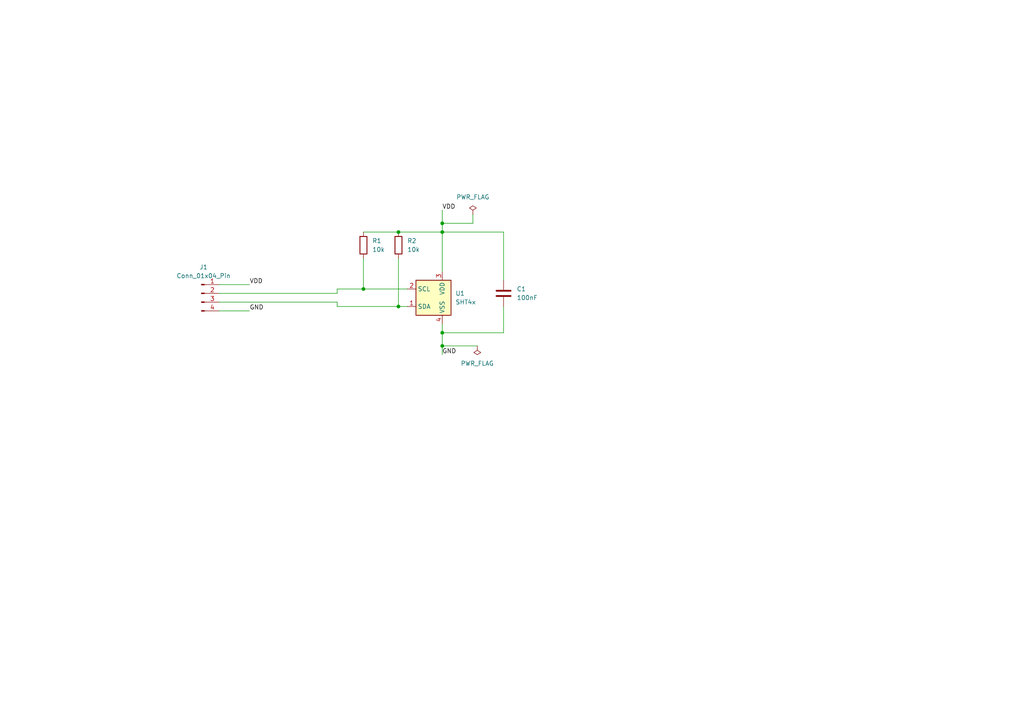
<source format=kicad_sch>
(kicad_sch
	(version 20231120)
	(generator "eeschema")
	(generator_version "8.0")
	(uuid "77dc5031-d615-4836-b2f6-0503ba399228")
	(paper "A4")
	(lib_symbols
		(symbol "Connector:Conn_01x04_Pin"
			(pin_names
				(offset 1.016) hide)
			(exclude_from_sim no)
			(in_bom yes)
			(on_board yes)
			(property "Reference" "J"
				(at 0 5.08 0)
				(effects
					(font
						(size 1.27 1.27)
					)
				)
			)
			(property "Value" "Conn_01x04_Pin"
				(at 0 -7.62 0)
				(effects
					(font
						(size 1.27 1.27)
					)
				)
			)
			(property "Footprint" ""
				(at 0 0 0)
				(effects
					(font
						(size 1.27 1.27)
					)
					(hide yes)
				)
			)
			(property "Datasheet" "~"
				(at 0 0 0)
				(effects
					(font
						(size 1.27 1.27)
					)
					(hide yes)
				)
			)
			(property "Description" "Generic connector, single row, 01x04, script generated"
				(at 0 0 0)
				(effects
					(font
						(size 1.27 1.27)
					)
					(hide yes)
				)
			)
			(property "ki_locked" ""
				(at 0 0 0)
				(effects
					(font
						(size 1.27 1.27)
					)
				)
			)
			(property "ki_keywords" "connector"
				(at 0 0 0)
				(effects
					(font
						(size 1.27 1.27)
					)
					(hide yes)
				)
			)
			(property "ki_fp_filters" "Connector*:*_1x??_*"
				(at 0 0 0)
				(effects
					(font
						(size 1.27 1.27)
					)
					(hide yes)
				)
			)
			(symbol "Conn_01x04_Pin_1_1"
				(polyline
					(pts
						(xy 1.27 -5.08) (xy 0.8636 -5.08)
					)
					(stroke
						(width 0.1524)
						(type default)
					)
					(fill
						(type none)
					)
				)
				(polyline
					(pts
						(xy 1.27 -2.54) (xy 0.8636 -2.54)
					)
					(stroke
						(width 0.1524)
						(type default)
					)
					(fill
						(type none)
					)
				)
				(polyline
					(pts
						(xy 1.27 0) (xy 0.8636 0)
					)
					(stroke
						(width 0.1524)
						(type default)
					)
					(fill
						(type none)
					)
				)
				(polyline
					(pts
						(xy 1.27 2.54) (xy 0.8636 2.54)
					)
					(stroke
						(width 0.1524)
						(type default)
					)
					(fill
						(type none)
					)
				)
				(rectangle
					(start 0.8636 -4.953)
					(end 0 -5.207)
					(stroke
						(width 0.1524)
						(type default)
					)
					(fill
						(type outline)
					)
				)
				(rectangle
					(start 0.8636 -2.413)
					(end 0 -2.667)
					(stroke
						(width 0.1524)
						(type default)
					)
					(fill
						(type outline)
					)
				)
				(rectangle
					(start 0.8636 0.127)
					(end 0 -0.127)
					(stroke
						(width 0.1524)
						(type default)
					)
					(fill
						(type outline)
					)
				)
				(rectangle
					(start 0.8636 2.667)
					(end 0 2.413)
					(stroke
						(width 0.1524)
						(type default)
					)
					(fill
						(type outline)
					)
				)
				(pin passive line
					(at 5.08 2.54 180)
					(length 3.81)
					(name "Pin_1"
						(effects
							(font
								(size 1.27 1.27)
							)
						)
					)
					(number "1"
						(effects
							(font
								(size 1.27 1.27)
							)
						)
					)
				)
				(pin passive line
					(at 5.08 0 180)
					(length 3.81)
					(name "Pin_2"
						(effects
							(font
								(size 1.27 1.27)
							)
						)
					)
					(number "2"
						(effects
							(font
								(size 1.27 1.27)
							)
						)
					)
				)
				(pin passive line
					(at 5.08 -2.54 180)
					(length 3.81)
					(name "Pin_3"
						(effects
							(font
								(size 1.27 1.27)
							)
						)
					)
					(number "3"
						(effects
							(font
								(size 1.27 1.27)
							)
						)
					)
				)
				(pin passive line
					(at 5.08 -5.08 180)
					(length 3.81)
					(name "Pin_4"
						(effects
							(font
								(size 1.27 1.27)
							)
						)
					)
					(number "4"
						(effects
							(font
								(size 1.27 1.27)
							)
						)
					)
				)
			)
		)
		(symbol "Device:C"
			(pin_numbers hide)
			(pin_names
				(offset 0.254)
			)
			(exclude_from_sim no)
			(in_bom yes)
			(on_board yes)
			(property "Reference" "C"
				(at 0.635 2.54 0)
				(effects
					(font
						(size 1.27 1.27)
					)
					(justify left)
				)
			)
			(property "Value" "C"
				(at 0.635 -2.54 0)
				(effects
					(font
						(size 1.27 1.27)
					)
					(justify left)
				)
			)
			(property "Footprint" ""
				(at 0.9652 -3.81 0)
				(effects
					(font
						(size 1.27 1.27)
					)
					(hide yes)
				)
			)
			(property "Datasheet" "~"
				(at 0 0 0)
				(effects
					(font
						(size 1.27 1.27)
					)
					(hide yes)
				)
			)
			(property "Description" "Unpolarized capacitor"
				(at 0 0 0)
				(effects
					(font
						(size 1.27 1.27)
					)
					(hide yes)
				)
			)
			(property "ki_keywords" "cap capacitor"
				(at 0 0 0)
				(effects
					(font
						(size 1.27 1.27)
					)
					(hide yes)
				)
			)
			(property "ki_fp_filters" "C_*"
				(at 0 0 0)
				(effects
					(font
						(size 1.27 1.27)
					)
					(hide yes)
				)
			)
			(symbol "C_0_1"
				(polyline
					(pts
						(xy -2.032 -0.762) (xy 2.032 -0.762)
					)
					(stroke
						(width 0.508)
						(type default)
					)
					(fill
						(type none)
					)
				)
				(polyline
					(pts
						(xy -2.032 0.762) (xy 2.032 0.762)
					)
					(stroke
						(width 0.508)
						(type default)
					)
					(fill
						(type none)
					)
				)
			)
			(symbol "C_1_1"
				(pin passive line
					(at 0 3.81 270)
					(length 2.794)
					(name "~"
						(effects
							(font
								(size 1.27 1.27)
							)
						)
					)
					(number "1"
						(effects
							(font
								(size 1.27 1.27)
							)
						)
					)
				)
				(pin passive line
					(at 0 -3.81 90)
					(length 2.794)
					(name "~"
						(effects
							(font
								(size 1.27 1.27)
							)
						)
					)
					(number "2"
						(effects
							(font
								(size 1.27 1.27)
							)
						)
					)
				)
			)
		)
		(symbol "Device:R"
			(pin_numbers hide)
			(pin_names
				(offset 0)
			)
			(exclude_from_sim no)
			(in_bom yes)
			(on_board yes)
			(property "Reference" "R"
				(at 2.032 0 90)
				(effects
					(font
						(size 1.27 1.27)
					)
				)
			)
			(property "Value" "R"
				(at 0 0 90)
				(effects
					(font
						(size 1.27 1.27)
					)
				)
			)
			(property "Footprint" ""
				(at -1.778 0 90)
				(effects
					(font
						(size 1.27 1.27)
					)
					(hide yes)
				)
			)
			(property "Datasheet" "~"
				(at 0 0 0)
				(effects
					(font
						(size 1.27 1.27)
					)
					(hide yes)
				)
			)
			(property "Description" "Resistor"
				(at 0 0 0)
				(effects
					(font
						(size 1.27 1.27)
					)
					(hide yes)
				)
			)
			(property "ki_keywords" "R res resistor"
				(at 0 0 0)
				(effects
					(font
						(size 1.27 1.27)
					)
					(hide yes)
				)
			)
			(property "ki_fp_filters" "R_*"
				(at 0 0 0)
				(effects
					(font
						(size 1.27 1.27)
					)
					(hide yes)
				)
			)
			(symbol "R_0_1"
				(rectangle
					(start -1.016 -2.54)
					(end 1.016 2.54)
					(stroke
						(width 0.254)
						(type default)
					)
					(fill
						(type none)
					)
				)
			)
			(symbol "R_1_1"
				(pin passive line
					(at 0 3.81 270)
					(length 1.27)
					(name "~"
						(effects
							(font
								(size 1.27 1.27)
							)
						)
					)
					(number "1"
						(effects
							(font
								(size 1.27 1.27)
							)
						)
					)
				)
				(pin passive line
					(at 0 -3.81 90)
					(length 1.27)
					(name "~"
						(effects
							(font
								(size 1.27 1.27)
							)
						)
					)
					(number "2"
						(effects
							(font
								(size 1.27 1.27)
							)
						)
					)
				)
			)
		)
		(symbol "Sensor_Humidity:SHT4x"
			(exclude_from_sim no)
			(in_bom yes)
			(on_board yes)
			(property "Reference" "U"
				(at 0 8.89 0)
				(effects
					(font
						(size 1.27 1.27)
					)
					(justify right)
				)
			)
			(property "Value" "SHT4x"
				(at 0 6.35 0)
				(effects
					(font
						(size 1.27 1.27)
					)
					(justify right)
				)
			)
			(property "Footprint" "Sensor_Humidity:Sensirion_DFN-4_1.5x1.5mm_P0.8mm_SHT4x_NoCentralPad"
				(at 3.81 -6.35 0)
				(effects
					(font
						(size 1.27 1.27)
					)
					(justify left)
					(hide yes)
				)
			)
			(property "Datasheet" "https://sensirion.com/media/documents/33FD6951/624C4357/Datasheet_SHT4x.pdf"
				(at 3.81 -8.89 0)
				(effects
					(font
						(size 1.27 1.27)
					)
					(justify left)
					(hide yes)
				)
			)
			(property "Description" "Digital Humidity and Temperature Sensor, +/-1%RH, +/-0.1degC, I2C, 1.08-3.6V, 16bit, DFN-4"
				(at 0 0 0)
				(effects
					(font
						(size 1.27 1.27)
					)
					(hide yes)
				)
			)
			(property "ki_keywords" "Sensirion environment environmental measurement digital SHT40 SHT41 SHT45"
				(at 0 0 0)
				(effects
					(font
						(size 1.27 1.27)
					)
					(hide yes)
				)
			)
			(property "ki_fp_filters" "Sensirion?DFN*1.5x1.5mm*P0.8mm*SHT4x*"
				(at 0 0 0)
				(effects
					(font
						(size 1.27 1.27)
					)
					(hide yes)
				)
			)
			(symbol "SHT4x_1_1"
				(rectangle
					(start -5.08 5.08)
					(end 5.08 -5.08)
					(stroke
						(width 0.254)
						(type default)
					)
					(fill
						(type background)
					)
				)
				(pin bidirectional line
					(at -7.62 -2.54 0)
					(length 2.54)
					(name "SDA"
						(effects
							(font
								(size 1.27 1.27)
							)
						)
					)
					(number "1"
						(effects
							(font
								(size 1.27 1.27)
							)
						)
					)
				)
				(pin input line
					(at -7.62 2.54 0)
					(length 2.54)
					(name "SCL"
						(effects
							(font
								(size 1.27 1.27)
							)
						)
					)
					(number "2"
						(effects
							(font
								(size 1.27 1.27)
							)
						)
					)
				)
				(pin power_in line
					(at 2.54 7.62 270)
					(length 2.54)
					(name "VDD"
						(effects
							(font
								(size 1.27 1.27)
							)
						)
					)
					(number "3"
						(effects
							(font
								(size 1.27 1.27)
							)
						)
					)
				)
				(pin power_in line
					(at 2.54 -7.62 90)
					(length 2.54)
					(name "VSS"
						(effects
							(font
								(size 1.27 1.27)
							)
						)
					)
					(number "4"
						(effects
							(font
								(size 1.27 1.27)
							)
						)
					)
				)
			)
		)
		(symbol "power:PWR_FLAG"
			(power)
			(pin_numbers hide)
			(pin_names
				(offset 0) hide)
			(exclude_from_sim no)
			(in_bom yes)
			(on_board yes)
			(property "Reference" "#FLG"
				(at 0 1.905 0)
				(effects
					(font
						(size 1.27 1.27)
					)
					(hide yes)
				)
			)
			(property "Value" "PWR_FLAG"
				(at 0 3.81 0)
				(effects
					(font
						(size 1.27 1.27)
					)
				)
			)
			(property "Footprint" ""
				(at 0 0 0)
				(effects
					(font
						(size 1.27 1.27)
					)
					(hide yes)
				)
			)
			(property "Datasheet" "~"
				(at 0 0 0)
				(effects
					(font
						(size 1.27 1.27)
					)
					(hide yes)
				)
			)
			(property "Description" "Special symbol for telling ERC where power comes from"
				(at 0 0 0)
				(effects
					(font
						(size 1.27 1.27)
					)
					(hide yes)
				)
			)
			(property "ki_keywords" "flag power"
				(at 0 0 0)
				(effects
					(font
						(size 1.27 1.27)
					)
					(hide yes)
				)
			)
			(symbol "PWR_FLAG_0_0"
				(pin power_out line
					(at 0 0 90)
					(length 0)
					(name "~"
						(effects
							(font
								(size 1.27 1.27)
							)
						)
					)
					(number "1"
						(effects
							(font
								(size 1.27 1.27)
							)
						)
					)
				)
			)
			(symbol "PWR_FLAG_0_1"
				(polyline
					(pts
						(xy 0 0) (xy 0 1.27) (xy -1.016 1.905) (xy 0 2.54) (xy 1.016 1.905) (xy 0 1.27)
					)
					(stroke
						(width 0)
						(type default)
					)
					(fill
						(type none)
					)
				)
			)
		)
	)
	(junction
		(at 128.27 100.33)
		(diameter 0)
		(color 0 0 0 0)
		(uuid "015a44f7-3b11-4644-b468-fdb64370abed")
	)
	(junction
		(at 128.27 96.52)
		(diameter 0)
		(color 0 0 0 0)
		(uuid "030aeb2e-42a8-4daa-8e1b-04376a730443")
	)
	(junction
		(at 128.27 67.31)
		(diameter 0)
		(color 0 0 0 0)
		(uuid "830b3746-7a07-464e-b088-3c396d9e51ba")
	)
	(junction
		(at 105.41 83.82)
		(diameter 0)
		(color 0 0 0 0)
		(uuid "98e6c0a1-9eb5-4d78-a2cc-3d1e0e074158")
	)
	(junction
		(at 128.27 64.77)
		(diameter 0)
		(color 0 0 0 0)
		(uuid "c40aa3ca-a21e-4c27-a35a-992db4149101")
	)
	(junction
		(at 115.57 67.31)
		(diameter 0)
		(color 0 0 0 0)
		(uuid "d5b8e1b1-ecf7-4552-bbd9-8a71dbe408bc")
	)
	(junction
		(at 115.57 88.9)
		(diameter 0)
		(color 0 0 0 0)
		(uuid "e449cd10-0078-48f9-95db-e4b098803580")
	)
	(wire
		(pts
			(xy 137.16 62.23) (xy 137.16 64.77)
		)
		(stroke
			(width 0)
			(type default)
		)
		(uuid "08562f46-0554-4fc0-9f31-324823883e90")
	)
	(wire
		(pts
			(xy 105.41 83.82) (xy 118.11 83.82)
		)
		(stroke
			(width 0)
			(type default)
		)
		(uuid "0da4531c-4c1f-4f00-b2cc-338c391ec752")
	)
	(wire
		(pts
			(xy 137.16 64.77) (xy 128.27 64.77)
		)
		(stroke
			(width 0)
			(type default)
		)
		(uuid "15c5f465-5ce2-4dff-b7ec-2e2ebd2e47e7")
	)
	(wire
		(pts
			(xy 63.5 87.63) (xy 97.79 87.63)
		)
		(stroke
			(width 0)
			(type default)
		)
		(uuid "1a33e501-6690-4737-a251-93a284f050c0")
	)
	(wire
		(pts
			(xy 146.05 67.31) (xy 128.27 67.31)
		)
		(stroke
			(width 0)
			(type default)
		)
		(uuid "223dd6e4-4e14-4587-b30c-4ca26511fdd6")
	)
	(wire
		(pts
			(xy 128.27 100.33) (xy 138.43 100.33)
		)
		(stroke
			(width 0)
			(type default)
		)
		(uuid "3c1b3bcb-d46d-4633-b2bd-c4f758a86c8e")
	)
	(wire
		(pts
			(xy 97.79 87.63) (xy 97.79 88.9)
		)
		(stroke
			(width 0)
			(type default)
		)
		(uuid "47a8d454-6f00-41a2-a3ed-7b5b750b6b9f")
	)
	(wire
		(pts
			(xy 115.57 67.31) (xy 128.27 67.31)
		)
		(stroke
			(width 0)
			(type default)
		)
		(uuid "4910dbfc-f25f-4b3e-a194-ebc37e36db0d")
	)
	(wire
		(pts
			(xy 128.27 64.77) (xy 128.27 67.31)
		)
		(stroke
			(width 0)
			(type default)
		)
		(uuid "539c9791-8724-45db-9930-6eafe2c42261")
	)
	(wire
		(pts
			(xy 146.05 81.28) (xy 146.05 67.31)
		)
		(stroke
			(width 0)
			(type default)
		)
		(uuid "62fb1d33-68a7-4d72-9cfc-2b0fed0ee022")
	)
	(wire
		(pts
			(xy 128.27 100.33) (xy 128.27 102.87)
		)
		(stroke
			(width 0)
			(type default)
		)
		(uuid "6351dd3f-480a-45a6-9692-2d259f392b18")
	)
	(wire
		(pts
			(xy 97.79 83.82) (xy 105.41 83.82)
		)
		(stroke
			(width 0)
			(type default)
		)
		(uuid "71ff003b-7ab1-4923-b080-dc019ab7e31c")
	)
	(wire
		(pts
			(xy 63.5 90.17) (xy 72.39 90.17)
		)
		(stroke
			(width 0)
			(type default)
		)
		(uuid "7efbe352-1cf1-4e3d-b180-e3d98516c643")
	)
	(wire
		(pts
			(xy 115.57 74.93) (xy 115.57 88.9)
		)
		(stroke
			(width 0)
			(type default)
		)
		(uuid "7fc90a9d-ef44-4aa0-b2a9-93f6c931cffb")
	)
	(wire
		(pts
			(xy 105.41 74.93) (xy 105.41 83.82)
		)
		(stroke
			(width 0)
			(type default)
		)
		(uuid "893709cc-5afa-4643-88d5-73c3198d0dcc")
	)
	(wire
		(pts
			(xy 105.41 67.31) (xy 115.57 67.31)
		)
		(stroke
			(width 0)
			(type default)
		)
		(uuid "8b42c84a-74fd-4b1e-a3ba-1a8b7716a6fc")
	)
	(wire
		(pts
			(xy 146.05 88.9) (xy 146.05 96.52)
		)
		(stroke
			(width 0)
			(type default)
		)
		(uuid "91bb3022-87ac-424a-81e8-e4e7e8f7cd44")
	)
	(wire
		(pts
			(xy 63.5 82.55) (xy 72.39 82.55)
		)
		(stroke
			(width 0)
			(type default)
		)
		(uuid "92dc8fb3-7e60-44bb-8dd4-154dbf912efd")
	)
	(wire
		(pts
			(xy 128.27 96.52) (xy 128.27 100.33)
		)
		(stroke
			(width 0)
			(type default)
		)
		(uuid "acd16cf2-d37b-444c-98e3-2d1347d0ddfd")
	)
	(wire
		(pts
			(xy 128.27 67.31) (xy 128.27 78.74)
		)
		(stroke
			(width 0)
			(type default)
		)
		(uuid "ae0f90e2-0c08-4f29-9853-a4d4eafbed0d")
	)
	(wire
		(pts
			(xy 128.27 93.98) (xy 128.27 96.52)
		)
		(stroke
			(width 0)
			(type default)
		)
		(uuid "b5e9c88c-6712-4407-a7a4-78234706382b")
	)
	(wire
		(pts
			(xy 128.27 60.96) (xy 128.27 64.77)
		)
		(stroke
			(width 0)
			(type default)
		)
		(uuid "b6d3574d-f718-4864-88df-a6acb93682f2")
	)
	(wire
		(pts
			(xy 63.5 85.09) (xy 97.79 85.09)
		)
		(stroke
			(width 0)
			(type default)
		)
		(uuid "cd0a302f-b280-4cb6-b103-80f4d7ce43b2")
	)
	(wire
		(pts
			(xy 97.79 88.9) (xy 115.57 88.9)
		)
		(stroke
			(width 0)
			(type default)
		)
		(uuid "d2458c1b-53f7-487d-aedf-dd2bded4f4a8")
	)
	(wire
		(pts
			(xy 97.79 85.09) (xy 97.79 83.82)
		)
		(stroke
			(width 0)
			(type default)
		)
		(uuid "d3b09ccb-7d8e-4cdc-98c3-d322ce5fbd9e")
	)
	(wire
		(pts
			(xy 146.05 96.52) (xy 128.27 96.52)
		)
		(stroke
			(width 0)
			(type default)
		)
		(uuid "e7d15599-92d3-4b2d-8d37-39e0997fa9e3")
	)
	(wire
		(pts
			(xy 115.57 88.9) (xy 118.11 88.9)
		)
		(stroke
			(width 0)
			(type default)
		)
		(uuid "fb7d5d69-c979-4308-8338-a4c003127d7a")
	)
	(label "GND"
		(at 72.39 90.17 0)
		(fields_autoplaced yes)
		(effects
			(font
				(size 1.27 1.27)
			)
			(justify left bottom)
		)
		(uuid "0bf25a52-b050-46f5-880a-e74738268e5c")
	)
	(label "VDD"
		(at 72.39 82.55 0)
		(fields_autoplaced yes)
		(effects
			(font
				(size 1.27 1.27)
			)
			(justify left bottom)
		)
		(uuid "6f1fbe8c-102e-4d3f-b050-6baafa5166fc")
	)
	(label "VDD"
		(at 128.27 60.96 0)
		(fields_autoplaced yes)
		(effects
			(font
				(size 1.27 1.27)
			)
			(justify left bottom)
		)
		(uuid "94e1c022-4b97-47e1-8d47-51e508134af4")
	)
	(label "GND"
		(at 128.27 102.87 0)
		(fields_autoplaced yes)
		(effects
			(font
				(size 1.27 1.27)
			)
			(justify left bottom)
		)
		(uuid "aeed3e99-36e1-4daa-8e3c-abc01320d9c6")
	)
	(symbol
		(lib_id "Device:R")
		(at 115.57 71.12 0)
		(unit 1)
		(exclude_from_sim no)
		(in_bom yes)
		(on_board yes)
		(dnp no)
		(fields_autoplaced yes)
		(uuid "1ba1f233-3af3-42ef-af86-64d20df7f76b")
		(property "Reference" "R2"
			(at 118.11 69.8499 0)
			(effects
				(font
					(size 1.27 1.27)
				)
				(justify left)
			)
		)
		(property "Value" "10k"
			(at 118.11 72.3899 0)
			(effects
				(font
					(size 1.27 1.27)
				)
				(justify left)
			)
		)
		(property "Footprint" "Resistor_SMD:R_0201_0603Metric"
			(at 113.792 71.12 90)
			(effects
				(font
					(size 1.27 1.27)
				)
				(hide yes)
			)
		)
		(property "Datasheet" "~"
			(at 115.57 71.12 0)
			(effects
				(font
					(size 1.27 1.27)
				)
				(hide yes)
			)
		)
		(property "Description" "Resistor"
			(at 115.57 71.12 0)
			(effects
				(font
					(size 1.27 1.27)
				)
				(hide yes)
			)
		)
		(pin "1"
			(uuid "8f515ca1-161f-4d57-929a-e907adbdfb3b")
		)
		(pin "2"
			(uuid "bb9fd928-4246-401e-9fea-0ea8dc437e4b")
		)
		(instances
			(project "TheMoon"
				(path "/77dc5031-d615-4836-b2f6-0503ba399228"
					(reference "R2")
					(unit 1)
				)
			)
		)
	)
	(symbol
		(lib_id "Device:C")
		(at 146.05 85.09 0)
		(unit 1)
		(exclude_from_sim no)
		(in_bom yes)
		(on_board yes)
		(dnp no)
		(fields_autoplaced yes)
		(uuid "30dafb14-2e6c-446d-863b-cec0dc86ca1b")
		(property "Reference" "C1"
			(at 149.86 83.8199 0)
			(effects
				(font
					(size 1.27 1.27)
				)
				(justify left)
			)
		)
		(property "Value" "100nF"
			(at 149.86 86.3599 0)
			(effects
				(font
					(size 1.27 1.27)
				)
				(justify left)
			)
		)
		(property "Footprint" "Capacitor_Tantalum_SMD:CP_EIA-1608-10_AVX-L"
			(at 147.0152 88.9 0)
			(effects
				(font
					(size 1.27 1.27)
				)
				(hide yes)
			)
		)
		(property "Datasheet" "~"
			(at 146.05 85.09 0)
			(effects
				(font
					(size 1.27 1.27)
				)
				(hide yes)
			)
		)
		(property "Description" "Unpolarized capacitor"
			(at 146.05 85.09 0)
			(effects
				(font
					(size 1.27 1.27)
				)
				(hide yes)
			)
		)
		(pin "1"
			(uuid "2906edfa-3316-4f1c-ba03-811dd1e43e39")
		)
		(pin "2"
			(uuid "b96582a8-ff23-453c-a2c5-04dbaf6f5165")
		)
		(instances
			(project ""
				(path "/77dc5031-d615-4836-b2f6-0503ba399228"
					(reference "C1")
					(unit 1)
				)
			)
		)
	)
	(symbol
		(lib_id "Connector:Conn_01x04_Pin")
		(at 58.42 85.09 0)
		(unit 1)
		(exclude_from_sim no)
		(in_bom yes)
		(on_board yes)
		(dnp no)
		(fields_autoplaced yes)
		(uuid "4a883ced-06f6-4e9d-bcef-ee4bc20db16f")
		(property "Reference" "J1"
			(at 59.055 77.47 0)
			(effects
				(font
					(size 1.27 1.27)
				)
			)
		)
		(property "Value" "Conn_01x04_Pin"
			(at 59.055 80.01 0)
			(effects
				(font
					(size 1.27 1.27)
				)
			)
		)
		(property "Footprint" "Connector_PinHeader_1.00mm:PinHeader_1x04_P1.00mm_Vertical"
			(at 58.42 85.09 0)
			(effects
				(font
					(size 1.27 1.27)
				)
				(hide yes)
			)
		)
		(property "Datasheet" "~"
			(at 58.42 85.09 0)
			(effects
				(font
					(size 1.27 1.27)
				)
				(hide yes)
			)
		)
		(property "Description" "Generic connector, single row, 01x04, script generated"
			(at 58.42 85.09 0)
			(effects
				(font
					(size 1.27 1.27)
				)
				(hide yes)
			)
		)
		(pin "2"
			(uuid "0e564ed7-4040-479a-a34e-dd1ff910828d")
		)
		(pin "1"
			(uuid "934cb0bd-6e8f-41f4-99a3-3e74d913510c")
		)
		(pin "3"
			(uuid "1a48bfc3-b8b9-405d-b068-22c038327b9b")
		)
		(pin "4"
			(uuid "d66658c0-cc94-4b5e-8c58-87dc3ebd0f42")
		)
		(instances
			(project ""
				(path "/77dc5031-d615-4836-b2f6-0503ba399228"
					(reference "J1")
					(unit 1)
				)
			)
		)
	)
	(symbol
		(lib_id "Sensor_Humidity:SHT4x")
		(at 125.73 86.36 0)
		(unit 1)
		(exclude_from_sim no)
		(in_bom yes)
		(on_board yes)
		(dnp no)
		(fields_autoplaced yes)
		(uuid "597ae700-3a11-43b4-af0f-19c324e06170")
		(property "Reference" "U1"
			(at 132.08 85.0899 0)
			(effects
				(font
					(size 1.27 1.27)
				)
				(justify left)
			)
		)
		(property "Value" "SHT4x"
			(at 132.08 87.6299 0)
			(effects
				(font
					(size 1.27 1.27)
				)
				(justify left)
			)
		)
		(property "Footprint" "Sensor_Humidity:Sensirion_DFN-4_1.5x1.5mm_P0.8mm_SHT4x_NoCentralPad"
			(at 129.54 92.71 0)
			(effects
				(font
					(size 1.27 1.27)
				)
				(justify left)
				(hide yes)
			)
		)
		(property "Datasheet" "https://sensirion.com/media/documents/33FD6951/624C4357/Datasheet_SHT4x.pdf"
			(at 129.54 95.25 0)
			(effects
				(font
					(size 1.27 1.27)
				)
				(justify left)
				(hide yes)
			)
		)
		(property "Description" "Digital Humidity and Temperature Sensor, +/-1%RH, +/-0.1degC, I2C, 1.08-3.6V, 16bit, DFN-4"
			(at 125.73 86.36 0)
			(effects
				(font
					(size 1.27 1.27)
				)
				(hide yes)
			)
		)
		(pin "3"
			(uuid "4267f5f0-29a3-46f9-9ef3-4e3e9ce3d7f5")
		)
		(pin "2"
			(uuid "ce87ee5e-de8f-4dc1-a215-9df75d195dfa")
		)
		(pin "4"
			(uuid "a8bf28a3-6ae7-4e46-af4f-6e3619f31c74")
		)
		(pin "1"
			(uuid "2bbe8da0-8405-4b16-a951-fe9c16eed2f1")
		)
		(instances
			(project ""
				(path "/77dc5031-d615-4836-b2f6-0503ba399228"
					(reference "U1")
					(unit 1)
				)
			)
		)
	)
	(symbol
		(lib_id "power:PWR_FLAG")
		(at 137.16 62.23 0)
		(unit 1)
		(exclude_from_sim no)
		(in_bom yes)
		(on_board yes)
		(dnp no)
		(fields_autoplaced yes)
		(uuid "5b931fc6-f057-46d4-9fd0-53c5d1dc1af2")
		(property "Reference" "#FLG01"
			(at 137.16 60.325 0)
			(effects
				(font
					(size 1.27 1.27)
				)
				(hide yes)
			)
		)
		(property "Value" "PWR_FLAG"
			(at 137.16 57.15 0)
			(effects
				(font
					(size 1.27 1.27)
				)
			)
		)
		(property "Footprint" ""
			(at 137.16 62.23 0)
			(effects
				(font
					(size 1.27 1.27)
				)
				(hide yes)
			)
		)
		(property "Datasheet" "~"
			(at 137.16 62.23 0)
			(effects
				(font
					(size 1.27 1.27)
				)
				(hide yes)
			)
		)
		(property "Description" "Special symbol for telling ERC where power comes from"
			(at 137.16 62.23 0)
			(effects
				(font
					(size 1.27 1.27)
				)
				(hide yes)
			)
		)
		(pin "1"
			(uuid "a124cb90-813c-4851-a432-4aaaba41876f")
		)
		(instances
			(project ""
				(path "/77dc5031-d615-4836-b2f6-0503ba399228"
					(reference "#FLG01")
					(unit 1)
				)
			)
		)
	)
	(symbol
		(lib_id "power:PWR_FLAG")
		(at 138.43 100.33 180)
		(unit 1)
		(exclude_from_sim no)
		(in_bom yes)
		(on_board yes)
		(dnp no)
		(fields_autoplaced yes)
		(uuid "5f6da395-8146-4f3f-909a-6480d36a516c")
		(property "Reference" "#FLG02"
			(at 138.43 102.235 0)
			(effects
				(font
					(size 1.27 1.27)
				)
				(hide yes)
			)
		)
		(property "Value" "PWR_FLAG"
			(at 138.43 105.41 0)
			(effects
				(font
					(size 1.27 1.27)
				)
			)
		)
		(property "Footprint" ""
			(at 138.43 100.33 0)
			(effects
				(font
					(size 1.27 1.27)
				)
				(hide yes)
			)
		)
		(property "Datasheet" "~"
			(at 138.43 100.33 0)
			(effects
				(font
					(size 1.27 1.27)
				)
				(hide yes)
			)
		)
		(property "Description" "Special symbol for telling ERC where power comes from"
			(at 138.43 100.33 0)
			(effects
				(font
					(size 1.27 1.27)
				)
				(hide yes)
			)
		)
		(pin "1"
			(uuid "f6d03665-2ca2-446d-a2a6-1f59eb995ecf")
		)
		(instances
			(project "TheMoon"
				(path "/77dc5031-d615-4836-b2f6-0503ba399228"
					(reference "#FLG02")
					(unit 1)
				)
			)
		)
	)
	(symbol
		(lib_id "Device:R")
		(at 105.41 71.12 0)
		(unit 1)
		(exclude_from_sim no)
		(in_bom yes)
		(on_board yes)
		(dnp no)
		(fields_autoplaced yes)
		(uuid "d2c003f7-c5d6-4032-a6d7-befbd6eaf780")
		(property "Reference" "R1"
			(at 107.95 69.8499 0)
			(effects
				(font
					(size 1.27 1.27)
				)
				(justify left)
			)
		)
		(property "Value" "10k"
			(at 107.95 72.3899 0)
			(effects
				(font
					(size 1.27 1.27)
				)
				(justify left)
			)
		)
		(property "Footprint" "Resistor_SMD:R_0201_0603Metric"
			(at 103.632 71.12 90)
			(effects
				(font
					(size 1.27 1.27)
				)
				(hide yes)
			)
		)
		(property "Datasheet" "~"
			(at 105.41 71.12 0)
			(effects
				(font
					(size 1.27 1.27)
				)
				(hide yes)
			)
		)
		(property "Description" "Resistor"
			(at 105.41 71.12 0)
			(effects
				(font
					(size 1.27 1.27)
				)
				(hide yes)
			)
		)
		(pin "1"
			(uuid "60bba535-ba36-4628-8135-662dd536509d")
		)
		(pin "2"
			(uuid "3c97a3e9-7319-4e7b-90d9-d8b01b3d50a9")
		)
		(instances
			(project ""
				(path "/77dc5031-d615-4836-b2f6-0503ba399228"
					(reference "R1")
					(unit 1)
				)
			)
		)
	)
	(sheet_instances
		(path "/"
			(page "1")
		)
	)
)

</source>
